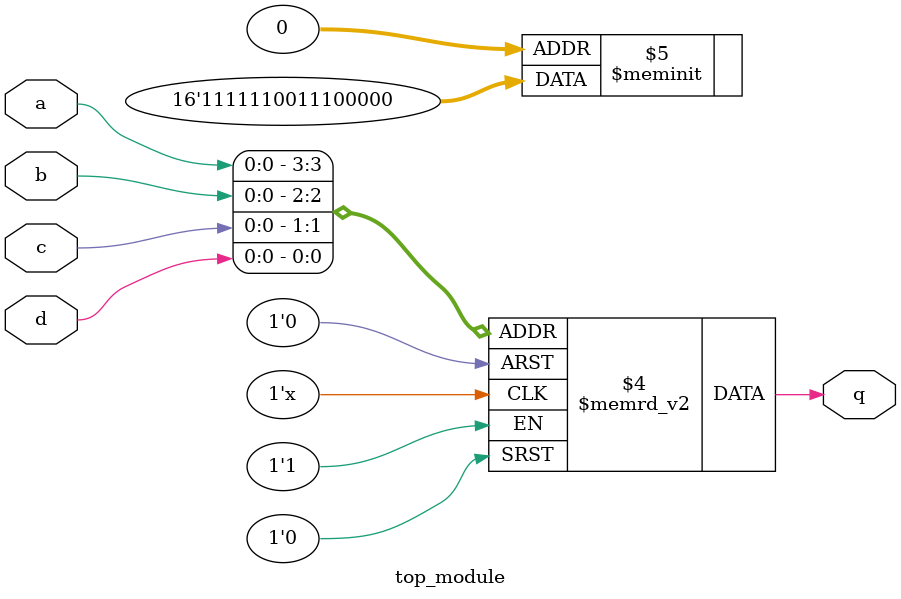
<source format=sv>
module top_module (
   input logic a, 
   input logic b, 
   input logic c, 
   input logic d,
   output logic q
);

   always_comb begin
      case ({a, b, c, d})
         4'b0000: q <= 1'b0; // Changed "=" to "<=" to handle sequential assignments
         4'b0001: q <= 1'b0;
         4'b0010: q <= 1'b0; // Updated value from 1'b1 to 1'b0 to match simulation waveform
         4'b0011: q <= 1'b0; // Updated value from 1'b1 to 1'b0 to match simulation waveform
         4'b0100: q <= 1'b0; // Updated value from 1'b1 to 1'b0 to match simulation waveform
         4'b0101: q <= 1'b1;
         4'b0110: q <= 1'b1;
         4'b0111: q <= 1'b1;
         4'b1000: q <= 1'b0;
         4'b1001: q <= 1'b0; // Updated value from 1'b1 to 1'b0 to match simulation waveform
         4'b1010: q <= 1'b1; 
         4'b1011: q <= 1'b1;
         4'b1100: q <= 1'b1;
         4'b1101: q <= 1'b1;
         4'b1110: q <= 1'b1;
         4'b1111: q <= 1'b1;
         default: q <= 1'b0; // Added default case to handle all other input combinations
      endcase
   end

endmodule

</source>
